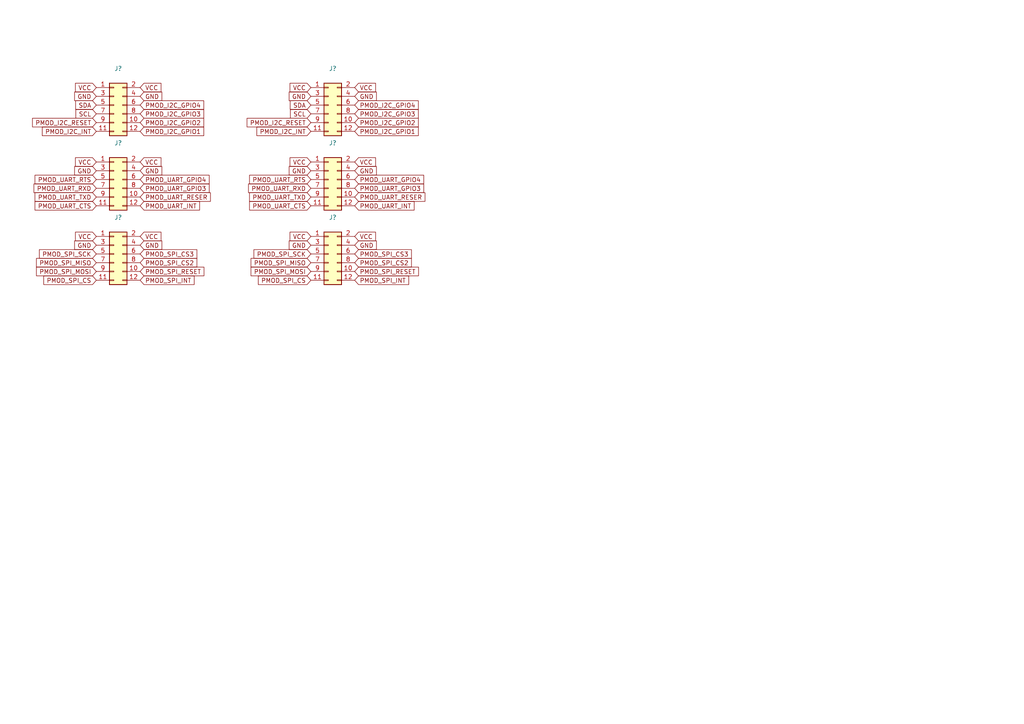
<source format=kicad_sch>
(kicad_sch (version 20211123) (generator eeschema)
  (paper "A4")
  (lib_symbols
    (symbol "Connector_Generic:Conn_02x06_Odd_Even" (pin_names (offset 1.016) hide)
      (property "Reference" "J" (at 1.27 7.62 0))
      (property "Value" "Conn_02x06_Odd_Even" (at 1.27 -10.16 0))
      (symbol "Conn_02x06_Odd_Even_1_1"
        (rectangle (start -1.27 -7.493) (end 0 -7.747) (stroke (width 0.1524)))
        (rectangle (start -1.27 -4.953) (end 0 -5.207) (stroke (width 0.1524)))
        (rectangle (start -1.27 -2.413) (end 0 -2.667) (stroke (width 0.1524)))
        (rectangle (start -1.27 0.127) (end 0 -0.127) (stroke (width 0.1524)))
        (rectangle (start -1.27 2.667) (end 0 2.413) (stroke (width 0.1524)))
        (rectangle (start -1.27 5.207) (end 0 4.953) (stroke (width 0.1524)))
        (rectangle (start -1.27 6.35) (end 3.81 -8.89) (stroke (width 0.254)) (fill (type background)))
        (rectangle (start 3.81 -7.493) (end 2.54 -7.747) (stroke (width 0.1524)))
        (rectangle (start 3.81 -4.953) (end 2.54 -5.207) (stroke (width 0.1524)))
        (rectangle (start 3.81 -2.413) (end 2.54 -2.667) (stroke (width 0.1524)))
        (rectangle (start 3.81 0.127) (end 2.54 -0.127) (stroke (width 0.1524)))
        (rectangle (start 3.81 2.667) (end 2.54 2.413) (stroke (width 0.1524)))
        (rectangle (start 3.81 5.207) (end 2.54 4.953) (stroke (width 0.1524)))
        (pin passive line (at -5.08 5.08 0) (length 3.81) (name "Pin_1") (number "1"))
        (pin passive line (at 7.62 -5.08 180) (length 3.81) (name "Pin_10") (number "10"))
        (pin passive line (at -5.08 -7.62 0) (length 3.81) (name "Pin_11") (number "11"))
        (pin passive line (at 7.62 -7.62 180) (length 3.81) (name "Pin_12") (number "12"))
        (pin passive line (at 7.62 5.08 180) (length 3.81) (name "Pin_2") (number "2"))
        (pin passive line (at -5.08 2.54 0) (length 3.81) (name "Pin_3") (number "3"))
        (pin passive line (at 7.62 2.54 180) (length 3.81) (name "Pin_4") (number "4"))
        (pin passive line (at -5.08 0 0) (length 3.81) (name "Pin_5") (number "5"))
        (pin passive line (at 7.62 0 180) (length 3.81) (name "Pin_6") (number "6"))
        (pin passive line (at -5.08 -2.54 0) (length 3.81) (name "Pin_7") (number "7"))
        (pin passive line (at 7.62 -2.54 180) (length 3.81) (name "Pin_8") (number "8"))
        (pin passive line (at -5.08 -5.08 0) (length 3.81) (name "Pin_9") (number "9"))
      )
    )
  )
  (global_label "PMOD_SPI_CS3" (shape input) (at 40.64 73.66 0) (property "Intersheet-verwijzingen" "${INTERSHEET_REFS}" (effects hide)))
  (global_label "PMOD_UART_RXD" (shape input) (at 27.94 54.61 180) (property "Intersheet-verwijzingen" "${INTERSHEET_REFS}" (effects hide)))
  (global_label "VCC" (shape input) (at 90.17 25.4 180) (property "Intersheet-verwijzingen" "${INTERSHEET_REFS}" (effects hide)))
  (global_label "PMOD_I2C_GPIO4" (shape input) (at 40.64 30.48 0) (property "Intersheet-verwijzingen" "${INTERSHEET_REFS}" (effects hide)))
  (global_label "GND" (shape input) (at 27.94 27.94 180) (property "Intersheet-verwijzingen" "${INTERSHEET_REFS}" (effects hide)))
  (global_label "PMOD_UART_TXD" (shape input) (at 27.94 57.15 180) (property "Intersheet-verwijzingen" "${INTERSHEET_REFS}" (effects hide)))
  (global_label "PMOD_SPI_RESET" (shape input) (at 102.87 78.74 0) (property "Intersheet-verwijzingen" "${INTERSHEET_REFS}" (effects hide)))
  (global_label "PMOD_I2C_INT" (shape input) (at 27.94 38.1 180) (property "Intersheet-verwijzingen" "${INTERSHEET_REFS}" (effects hide)))
  (global_label "GND" (shape input) (at 40.64 49.53 0) (property "Intersheet-verwijzingen" "${INTERSHEET_REFS}" (effects hide)))
  (global_label "PMOD_UART_RESER" (shape input) (at 40.64 57.15 0) (property "Intersheet-verwijzingen" "${INTERSHEET_REFS}" (effects hide)))
  (global_label "PMOD_SPI_CS" (shape input) (at 90.17 81.28 180) (property "Intersheet-verwijzingen" "${INTERSHEET_REFS}" (effects hide)))
  (global_label "PMOD_SPI_INT" (shape input) (at 40.64 81.28 0) (property "Intersheet-verwijzingen" "${INTERSHEET_REFS}" (effects hide)))
  (global_label "VCC" (shape input) (at 102.87 25.4 0) (property "Intersheet-verwijzingen" "${INTERSHEET_REFS}" (effects hide)))
  (global_label "SCL" (shape input) (at 90.17 33.02 180) (property "Intersheet-verwijzingen" "${INTERSHEET_REFS}" (effects hide)))
  (global_label "PMOD_UART_GPIO3" (shape input) (at 40.64 54.61 0) (property "Intersheet-verwijzingen" "${INTERSHEET_REFS}" (effects hide)))
  (global_label "PMOD_I2C_GPIO3" (shape input) (at 102.87 33.02 0) (property "Intersheet-verwijzingen" "${INTERSHEET_REFS}" (effects hide)))
  (global_label "PMOD_I2C_INT" (shape input) (at 90.17 38.1 180) (property "Intersheet-verwijzingen" "${INTERSHEET_REFS}" (effects hide)))
  (global_label "VCC" (shape input) (at 40.64 25.4 0) (property "Intersheet-verwijzingen" "${INTERSHEET_REFS}" (effects hide)))
  (global_label "PMOD_UART_INT" (shape input) (at 40.64 59.69 0) (property "Intersheet-verwijzingen" "${INTERSHEET_REFS}" (effects hide)))
  (global_label "PMOD_UART_GPIO3" (shape input) (at 102.87 54.61 0) (property "Intersheet-verwijzingen" "${INTERSHEET_REFS}" (effects hide)))
  (global_label "GND" (shape input) (at 40.64 27.94 0) (property "Intersheet-verwijzingen" "${INTERSHEET_REFS}" (effects hide)))
  (global_label "PMOD_UART_RESER" (shape input) (at 102.87 57.15 0) (property "Intersheet-verwijzingen" "${INTERSHEET_REFS}" (effects hide)))
  (global_label "VCC" (shape input) (at 102.87 68.58 0) (property "Intersheet-verwijzingen" "${INTERSHEET_REFS}" (effects hide)))
  (global_label "PMOD_UART_CTS" (shape input) (at 27.94 59.69 180) (property "Intersheet-verwijzingen" "${INTERSHEET_REFS}" (effects hide)))
  (global_label "VCC" (shape input) (at 102.87 46.99 0) (property "Intersheet-verwijzingen" "${INTERSHEET_REFS}" (effects hide)))
  (global_label "GND" (shape input) (at 40.64 71.12 0) (property "Intersheet-verwijzingen" "${INTERSHEET_REFS}" (effects hide)))
  (global_label "GND" (shape input) (at 102.87 27.94 0) (property "Intersheet-verwijzingen" "${INTERSHEET_REFS}" (effects hide)))
  (global_label "VCC" (shape input) (at 40.64 68.58 0) (property "Intersheet-verwijzingen" "${INTERSHEET_REFS}" (effects hide)))
  (global_label "PMOD_I2C_GPIO2" (shape input) (at 102.87 35.56 0) (property "Intersheet-verwijzingen" "${INTERSHEET_REFS}" (effects hide)))
  (global_label "PMOD_SPI_MISO" (shape input) (at 90.17 76.2 180) (property "Intersheet-verwijzingen" "${INTERSHEET_REFS}" (effects hide)))
  (global_label "VCC" (shape input) (at 90.17 46.99 180) (property "Intersheet-verwijzingen" "${INTERSHEET_REFS}" (effects hide)))
  (global_label "GND" (shape input) (at 90.17 71.12 180) (property "Intersheet-verwijzingen" "${INTERSHEET_REFS}" (effects hide)))
  (global_label "PMOD_UART_RXD" (shape input) (at 90.17 54.61 180) (property "Intersheet-verwijzingen" "${INTERSHEET_REFS}" (effects hide)))
  (global_label "GND" (shape input) (at 27.94 49.53 180) (property "Intersheet-verwijzingen" "${INTERSHEET_REFS}" (effects hide)))
  (global_label "PMOD_I2C_RESET" (shape input) (at 90.17 35.56 180) (property "Intersheet-verwijzingen" "${INTERSHEET_REFS}" (effects hide)))
  (global_label "PMOD_I2C_GPIO1" (shape input) (at 102.87 38.1 0) (property "Intersheet-verwijzingen" "${INTERSHEET_REFS}" (effects hide)))
  (global_label "PMOD_SPI_CS2" (shape input) (at 102.87 76.2 0) (property "Intersheet-verwijzingen" "${INTERSHEET_REFS}" (effects hide)))
  (global_label "PMOD_UART_RTS" (shape input) (at 27.94 52.07 180) (property "Intersheet-verwijzingen" "${INTERSHEET_REFS}" (effects hide)))
  (global_label "PMOD_UART_GPIO4" (shape input) (at 102.87 52.07 0) (property "Intersheet-verwijzingen" "${INTERSHEET_REFS}" (effects hide)))
  (global_label "PMOD_I2C_RESET" (shape input) (at 27.94 35.56 180) (property "Intersheet-verwijzingen" "${INTERSHEET_REFS}" (effects hide)))
  (global_label "PMOD_I2C_GPIO1" (shape input) (at 40.64 38.1 0) (property "Intersheet-verwijzingen" "${INTERSHEET_REFS}" (effects hide)))
  (global_label "SCL" (shape input) (at 27.94 33.02 180) (property "Intersheet-verwijzingen" "${INTERSHEET_REFS}" (effects hide)))
  (global_label "SDA" (shape input) (at 90.17 30.48 180) (property "Intersheet-verwijzingen" "${INTERSHEET_REFS}" (effects hide)))
  (global_label "VCC" (shape input) (at 27.94 68.58 180) (property "Intersheet-verwijzingen" "${INTERSHEET_REFS}" (effects hide)))
  (global_label "PMOD_SPI_MISO" (shape input) (at 27.94 76.2 180) (property "Intersheet-verwijzingen" "${INTERSHEET_REFS}" (effects hide)))
  (global_label "PMOD_I2C_GPIO2" (shape input) (at 40.64 35.56 0) (property "Intersheet-verwijzingen" "${INTERSHEET_REFS}" (effects hide)))
  (global_label "PMOD_UART_INT" (shape input) (at 102.87 59.69 0) (property "Intersheet-verwijzingen" "${INTERSHEET_REFS}" (effects hide)))
  (global_label "PMOD_SPI_CS" (shape input) (at 27.94 81.28 180) (property "Intersheet-verwijzingen" "${INTERSHEET_REFS}" (effects hide)))
  (global_label "PMOD_I2C_GPIO4" (shape input) (at 102.87 30.48 0) (property "Intersheet-verwijzingen" "${INTERSHEET_REFS}" (effects hide)))
  (global_label "GND" (shape input) (at 102.87 49.53 0) (property "Intersheet-verwijzingen" "${INTERSHEET_REFS}" (effects hide)))
  (global_label "VCC" (shape input) (at 40.64 46.99 0) (property "Intersheet-verwijzingen" "${INTERSHEET_REFS}" (effects hide)))
  (global_label "PMOD_SPI_MOSI" (shape input) (at 90.17 78.74 180) (property "Intersheet-verwijzingen" "${INTERSHEET_REFS}" (effects hide)))
  (global_label "PMOD_SPI_RESET" (shape input) (at 40.64 78.74 0) (property "Intersheet-verwijzingen" "${INTERSHEET_REFS}" (effects hide)))
  (global_label "GND" (shape input) (at 90.17 27.94 180) (property "Intersheet-verwijzingen" "${INTERSHEET_REFS}" (effects hide)))
  (global_label "PMOD_UART_GPIO4" (shape input) (at 40.64 52.07 0) (property "Intersheet-verwijzingen" "${INTERSHEET_REFS}" (effects hide)))
  (global_label "GND" (shape input) (at 102.87 71.12 0) (property "Intersheet-verwijzingen" "${INTERSHEET_REFS}" (effects hide)))
  (global_label "VCC" (shape input) (at 27.94 46.99 180) (property "Intersheet-verwijzingen" "${INTERSHEET_REFS}" (effects hide)))
  (global_label "GND" (shape input) (at 90.17 49.53 180) (property "Intersheet-verwijzingen" "${INTERSHEET_REFS}" (effects hide)))
  (global_label "GND" (shape input) (at 27.94 71.12 180) (property "Intersheet-verwijzingen" "${INTERSHEET_REFS}" (effects hide)))
  (global_label "PMOD_SPI_MOSI" (shape input) (at 27.94 78.74 180) (property "Intersheet-verwijzingen" "${INTERSHEET_REFS}" (effects hide)))
  (global_label "PMOD_UART_TXD" (shape input) (at 90.17 57.15 180) (property "Intersheet-verwijzingen" "${INTERSHEET_REFS}" (effects hide)))
  (global_label "PMOD_SPI_INT" (shape input) (at 102.87 81.28 0) (property "Intersheet-verwijzingen" "${INTERSHEET_REFS}" (effects hide)))
  (global_label "PMOD_SPI_SCK" (shape input) (at 27.94 73.66 180) (property "Intersheet-verwijzingen" "${INTERSHEET_REFS}" (effects hide)))
  (global_label "PMOD_SPI_CS2" (shape input) (at 40.64 76.2 0) (property "Intersheet-verwijzingen" "${INTERSHEET_REFS}" (effects hide)))
  (global_label "PMOD_I2C_GPIO3" (shape input) (at 40.64 33.02 0) (property "Intersheet-verwijzingen" "${INTERSHEET_REFS}" (effects hide)))
  (global_label "PMOD_UART_CTS" (shape input) (at 90.17 59.69 180) (property "Intersheet-verwijzingen" "${INTERSHEET_REFS}" (effects hide)))
  (global_label "VCC" (shape input) (at 90.17 68.58 180) (property "Intersheet-verwijzingen" "${INTERSHEET_REFS}" (effects hide)))
  (global_label "SDA" (shape input) (at 27.94 30.48 180) (property "Intersheet-verwijzingen" "${INTERSHEET_REFS}" (effects hide)))
  (global_label "PMOD_UART_RTS" (shape input) (at 90.17 52.07 180) (property "Intersheet-verwijzingen" "${INTERSHEET_REFS}" (effects hide)))
  (global_label "VCC" (shape input) (at 27.94 25.4 180) (property "Intersheet-verwijzingen" "${INTERSHEET_REFS}" (effects hide)))
  (global_label "PMOD_SPI_SCK" (shape input) (at 90.17 73.66 180) (property "Intersheet-verwijzingen" "${INTERSHEET_REFS}" (effects hide)))
  (global_label "PMOD_SPI_CS3" (shape input) (at 102.87 73.66 0) (property "Intersheet-verwijzingen" "${INTERSHEET_REFS}" (effects hide)))
  (symbol (lib_id "Connector_Generic:Conn_02x06_Odd_Even") (at 33.02 30.48 0) (unit 1)
    (property "Reference" "J?" (at 34.29 19.8882 0))
  )
  (symbol (lib_id "Connector_Generic:Conn_02x06_Odd_Even") (at 33.02 52.07 0) (unit 1)
    (property "Reference" "J?" (at 34.29 41.4782 0))
  )
  (symbol (lib_id "Connector_Generic:Conn_02x06_Odd_Even") (at 33.02 73.66 0) (unit 1)
    (property "Reference" "J?" (at 34.29 63.0682 0))
  )
  (symbol (lib_id "Connector_Generic:Conn_02x06_Odd_Even") (at 95.25 30.48 0) (unit 1)
    (property "Reference" "J?" (at 96.52 19.8882 0))
  )
  (symbol (lib_id "Connector_Generic:Conn_02x06_Odd_Even") (at 95.25 52.07 0) (unit 1)
    (property "Reference" "J?" (at 96.52 41.4782 0))
  )
  (symbol (lib_id "Connector_Generic:Conn_02x06_Odd_Even") (at 95.25 73.66 0) (unit 1)
    (property "Reference" "J?" (at 96.52 63.0682 0))
  )
)
</source>
